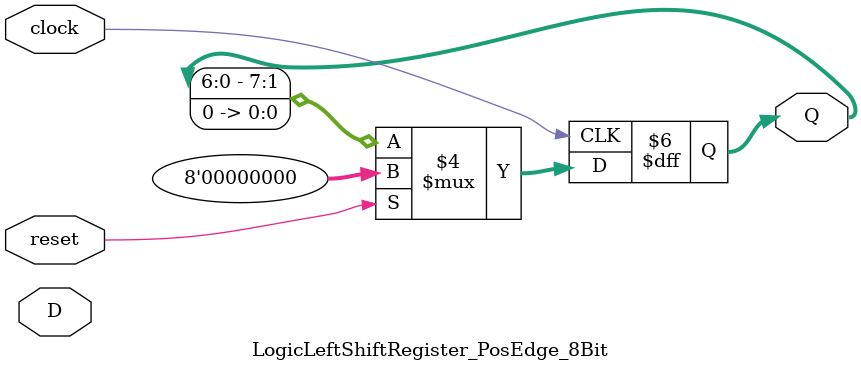
<source format=v>
module LogicLeftShiftRegister_PosEdge_8Bit (clock, reset, D, Q);
    input clock;
    input reset;
    input [7:0] D;
    output reg [7:0] Q;

    always @(posedge clock)
    begin
        if (reset)
            Q = 8'b00000000;
        else
            Q = Q << 1 ;        
    end
endmodule

</source>
